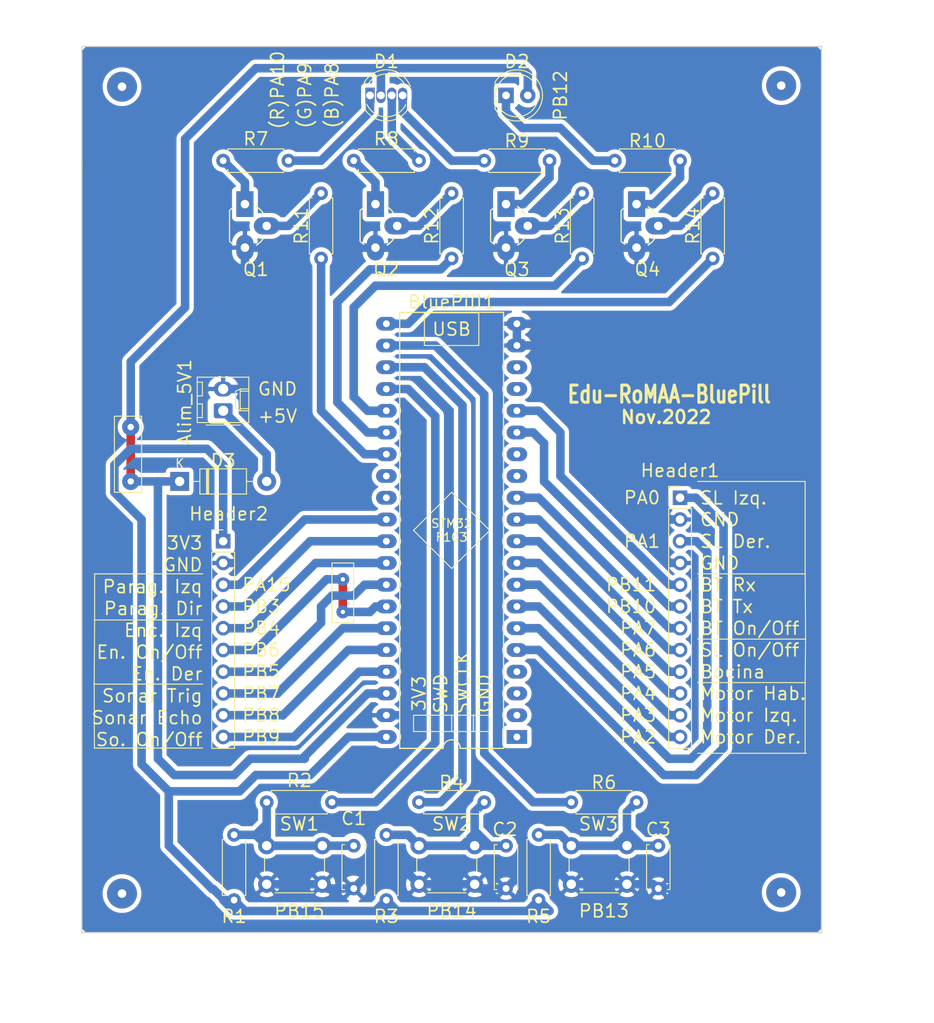
<source format=kicad_pcb>
(kicad_pcb (version 20211014) (generator pcbnew)
  (layers (0 "F.Cu" signal) (31 "B.Cu" signal) (34 "B.Paste" user) (35 "F.Paste" user) (36 "B.SilkS" user "B.Silkscreen") (37 "F.SilkS" user "F.Silkscreen") (38 "B.Mask" user) (39 "F.Mask" user) (44 "Edge.Cuts" user))
  (net 0 "")
  (net 1 "+3.3VA")
  (net 2 "GND")
  (net 3 "Net-(BluePill1-Pad37)")
  (net 4 "Net-(BluePill1-Pad36)")
  (net 5 "Net-(BluePill1-Pad16)")
  (net 6 "Net-(BluePill1-Pad35)")
  (net 7 "Net-(BluePill1-Pad15)")
  (net 8 "Net-(BluePill1-Pad34)")
  (net 9 "Net-(BluePill1-Pad33)")
  (net 10 "Net-(BluePill1-Pad32)")
  (net 11 "Net-(BluePill1-Pad12)")
  (net 12 "Net-(BluePill1-Pad31)")
  (net 13 "Net-(BluePill1-Pad11)")
  (net 14 "Net-(BluePill1-Pad30)")
  (net 15 "Net-(BluePill1-Pad10)")
  (net 16 "Net-(BluePill1-Pad9)")
  (net 17 "Net-(BluePill1-Pad8)")
  (net 18 "Net-(BluePill1-Pad27)")
  (net 19 "Net-(BluePill1-Pad7)")
  (net 20 "Net-(BluePill1-Pad26)")
  (net 21 "Net-(BluePill1-Pad6)")
  (net 22 "Net-(BluePill1-Pad25)")
  (net 23 "Net-(BluePill1-Pad5)")
  (net 24 "Net-(BluePill1-Pad24)")
  (net 25 "Net-(BluePill1-Pad23)")
  (net 26 "Net-(BluePill1-Pad22)")
  (net 27 "Net-(BluePill1-Pad21)")
  (net 28 "Net-(C1-Pad1)")
  (net 29 "Net-(C2-Pad1)")
  (net 30 "Net-(C3-Pad1)")
  (net 31 "5V")
  (net 32 "Net-(Alim_5V1-Pad1)")
  (net 33 "Net-(D1-Pad3)")
  (net 34 "Net-(D1-Pad1)")
  (net 35 "Net-(D2-Pad1)")
  (net 36 "Net-(Q1-Pad1)")
  (net 37 "Net-(Q2-Pad1)")
  (net 38 "Net-(Q3-Pad1)")
  (net 39 "Net-(Q4-Pad1)")
  (net 40 "Net-(Q1-Pad2)")
  (net 41 "Net-(Q2-Pad2)")
  (net 42 "Net-(Q3-Pad2)")
  (net 43 "Net-(Q4-Pad2)")
  (net 44 "Net-(D1-Pad4)")
  (footprint "Capacitor_THT:C_Disc_D5.0mm_W2.5mm_P5.00mm" (layer "F.Cu") (at 87.63 114.3 -90)
    (fp_text reference "C3")
    (fp_text value "100nF")
  )
  (footprint "Resistor_THT:R_Axial_DIN0207_L6.3mm_D2.5mm_P7.62mm_Horizontal" (layer "F.Cu") (at 38.1 113.03 -90)
    (fp_text reference "R1")
    (fp_text value "10k")
  )
  (footprint "Resistor_THT:R_Axial_DIN0207_L6.3mm_D2.5mm_P7.62mm_Horizontal" (layer "F.Cu") (at 49.53 109.22 180)
    (fp_text reference "R2")
    (fp_text value "1k")
  )
  (footprint "Resistor_THT:R_Axial_DIN0207_L6.3mm_D2.5mm_P7.62mm_Horizontal" (layer "F.Cu") (at 55.88 113.03 -90)
    (fp_text reference "R3")
    (fp_text value "10k")
  )
  (footprint "Resistor_THT:R_Axial_DIN0207_L6.3mm_D2.5mm_P7.62mm_Horizontal" (layer "F.Cu") (at 59.69 109.22)
    (fp_text reference "R4")
    (fp_text value "1k")
  )
  (footprint "Resistor_THT:R_Axial_DIN0207_L6.3mm_D2.5mm_P7.62mm_Horizontal" (layer "F.Cu") (at 73.66 113.03 -90)
    (fp_text reference "R5")
    (fp_text value "10k")
  )
  (footprint "Resistor_THT:R_Axial_DIN0207_L6.3mm_D2.5mm_P7.62mm_Horizontal" (layer "F.Cu") (at 77.47 109.22)
    (fp_text reference "R6")
    (fp_text value "1k")
  )
  (footprint "Housings_DIP:DIP-40_W15.24mm_LongPads" (layer "F.Cu") (at 71.12 101.6 180)
    (fp_text reference "BluePill1")
    (fp_text value "Conn_02x20_Counter_Clockwise")
  )
  (footprint "Connector_PinHeader_2.54mm:PinHeader_1x12_P2.54mm_Vertical" (layer "F.Cu") (at 90.17 73.66)
    (fp_text reference "Header1")
    (fp_text value "Conn_01x12")
  )
  (footprint "Button_Switch_THT:SW_PUSH_6mm_H4.3mm" (layer "F.Cu") (at 41.91 114.3)
    (fp_text reference "SW1")
    (fp_text value "SW_Push")
  )
  (footprint "Button_Switch_THT:SW_PUSH_6mm_H4.3mm" (layer "F.Cu") (at 59.69 114.3)
    (fp_text reference "SW2")
    (fp_text value "SW_Push")
  )
  (footprint "Button_Switch_THT:SW_PUSH_6mm_H4.3mm" (layer "F.Cu") (at 77.47 114.3)
    (fp_text reference "SW3")
    (fp_text value "SW_Push")
  )
  (footprint "Connector_PinHeader_2.54mm:PinHeader_1x10_P2.54mm_Vertical" (layer "F.Cu") (at 36.83 78.74)
    (fp_text reference "Header2")
    (fp_text value "Conn_01x10")
  )
  (footprint "LED_THT:LED_D5.0mm-4_RGB" (layer "F.Cu") (at 53.975 26.67)
    (fp_text reference "D1")
    (fp_text value "LED_RGBA")
  )
  (footprint "Resistor_THT:R_Axial_DIN0207_L6.3mm_D2.5mm_P7.62mm_Horizontal" (layer "F.Cu") (at 82.55 34.29)
    (fp_text reference "R10")
    (fp_text value "220")
  )
  (footprint "TO_SOT_Packages_THT:TO-92_Rugged" (layer "F.Cu") (at 85.09 39.37 -90)
    (fp_text reference "Q4")
    (fp_text value "BC548")
  )
  (footprint "Resistor_THT:R_Axial_DIN0207_L6.3mm_D2.5mm_P7.62mm_Horizontal" (layer "F.Cu") (at 67.31 34.29)
    (fp_text reference "R9")
    (fp_text value "220")
  )
  (footprint "Resistor_THT:R_Axial_DIN0207_L6.3mm_D2.5mm_P7.62mm_Horizontal" (layer "F.Cu") (at 78.74 45.72 90)
    (fp_text reference "R13")
    (fp_text value "2k2")
  )
  (footprint "Resistor_THT:R_Axial_DIN0207_L6.3mm_D2.5mm_P7.62mm_Horizontal" (layer "F.Cu") (at 63.5 45.72 90)
    (fp_text reference "R12")
    (fp_text value "2k2")
  )
  (footprint "Resistor_THT:R_Axial_DIN0207_L6.3mm_D2.5mm_P7.62mm_Horizontal" (layer "F.Cu") (at 48.26 45.72 90)
    (fp_text reference "R11")
    (fp_text value "2k2")
  )
  (footprint "Resistor_THT:R_Axial_DIN0207_L6.3mm_D2.5mm_P7.62mm_Horizontal" (layer "F.Cu") (at 44.45 34.29 180)
    (fp_text reference "R7")
    (fp_text value "220")
  )
  (footprint "Resistor_THT:R_Axial_DIN0207_L6.3mm_D2.5mm_P7.62mm_Horizontal" (layer "F.Cu") (at 59.69 34.29 180)
    (fp_text reference "R8")
    (fp_text value "220")
  )
  (footprint "TO_SOT_Packages_THT:TO-92_Rugged" (layer "F.Cu") (at 69.85 39.37 -90)
    (fp_text reference "Q3")
    (fp_text value "BC548")
  )
  (footprint "TO_SOT_Packages_THT:TO-92_Rugged" (layer "F.Cu") (at 54.61 39.37 -90)
    (fp_text reference "Q2")
    (fp_text value "BC548")
  )
  (footprint "TO_SOT_Packages_THT:TO-92_Rugged" (layer "F.Cu") (at 39.37 39.37 -90)
    (fp_text reference "Q1")
    (fp_text value "BC548")
  )
  (footprint "Resistor_THT:R_Axial_DIN0207_L6.3mm_D2.5mm_P7.62mm_Horizontal" (layer "F.Cu") (at 93.98 45.72 90)
    (fp_text reference "R14")
    (fp_text value "2k2")
  )
  (footprint "Diode_THT:D_DO-41_SOD81_P10.16mm_Horizontal" (layer "F.Cu") (at 31.75 71.755)
    (fp_text reference "D3")
    (fp_text value "1N4007")
  )
  (footprint "LED_THT:LED_D5.0mm" (layer "F.Cu") (at 69.85 26.67)
    (fp_text reference "D2")
    (fp_text value "LED Rojo")
  )
  (footprint "Capacitor_THT:C_Disc_D5.0mm_W2.5mm_P5.00mm" (layer "F.Cu") (at 52.07 114.3 -90)
    (fp_text reference "C1")
    (fp_text value "100nF")
  )
  (footprint "Capacitor_THT:C_Disc_D5.0mm_W2.5mm_P5.00mm" (layer "F.Cu") (at 69.85 114.3 -90)
    (fp_text reference "C2")
    (fp_text value "100nF")
  )
  (footprint "Connector_Molex:Molex_KK-254_AE-6410-02A_1x02_P2.54mm_Vertical" (layer "F.Cu") (at 36.83 63.5 90)
    (fp_text reference "Alim_5V1")
    (fp_text value "Conn_01x02")
  )
  (gr_line (start 106.68 20.955) (end 20.32 20.955) (layer "F.SilkS") (width 0.12))
  (gr_line (start 106.68 34.29) (end 106.68 20.955) (layer "F.SilkS") (width 0.12))
  (gr_line (start 20.32 34.29) (end 20.32 20.955) (layer "F.SilkS") (width 0.12))
  (gr_line (start 20.32 124.46) (end 106.68 124.46) (layer "F.SilkS") (width 0.12))
  (gr_line (start 52.07 88.265) (end 49.53 88.265) (layer "F.SilkS") (width 0.12))
  (gr_line (start 24.13 73.025) (end 24.13 64.135) (layer "F.SilkS") (width 0.12))
  (gr_line (start 66.675 52.07) (end 60.325 52.07) (layer "F.SilkS") (width 0.12))
  (gr_line (start 63.5 73.025) (end 67.945 77.47) (layer "F.SilkS") (width 0.12))
  (gr_line (start 59.055 99.06) (end 59.055 100.965) (layer "F.SilkS") (width 0.12))
  (gr_line (start 49.53 81.28) (end 52.07 81.28) (layer "F.SilkS") (width 0.12))
  (gr_line (start 34.444285 95.4278) (end 21.769685 95.4278) (layer "F.SilkS") (width 0.12))
  (gr_line (start 34.444285 87.9348) (end 21.820485 87.9348) (layer "F.SilkS") (width 0.12))
  (gr_line (start 34.444285 102.8954) (end 21.795085 102.8954) (layer "F.SilkS") (width 0.12))
  (gr_line (start 20.32 124.46) (end 20.32 34.29) (layer "F.SilkS") (width 0.12))
  (gr_line (start 21.795085 102.8954) (end 21.769685 95.4278) (layer "F.SilkS") (width 0.12))
  (gr_line (start 21.769685 95.4278) (end 21.820485 87.9348) (layer "F.SilkS") (width 0.12))
  (gr_line (start 21.820485 82.55) (end 34.444285 82.55) (layer "F.SilkS") (width 0.12))
  (gr_line (start 92.2274 71.755) (end 104.775 71.755) (layer "F.SilkS") (width 0.12))
  (gr_line (start 104.775 71.755) (end 104.775 82.55) (layer "F.SilkS") (width 0.12))
  (gr_line (start 104.775 82.55) (end 104.8258 90.17) (layer "F.SilkS") (width 0.12))
  (gr_line (start 104.8258 90.17) (end 104.775 95.25) (layer "F.SilkS") (width 0.12))
  (gr_line (start 49.53 88.265) (end 49.53 81.28) (layer "F.SilkS") (width 0.12))
  (gr_line (start 27.305 64.135) (end 27.305 73.025) (layer "F.SilkS") (width 0.12))
  (gr_line (start 92.2274 90.17) (end 104.8258 90.17) (layer "F.SilkS") (width 0.12))
  (gr_line (start 63.5 99.06) (end 63.5 100.965) (layer "F.SilkS") (width 0.12))
  (gr_line (start 52.07 81.28) (end 52.07 88.265) (layer "F.SilkS") (width 0.12))
  (gr_line (start 106.68 124.46) (end 20.32 124.46) (layer "F.SilkS") (width 0.12))
  (gr_line (start 63.5 81.915) (end 59.055 77.47) (layer "F.SilkS") (width 0.12))
  (gr_line (start 92.2274 82.55) (end 104.775 82.55) (layer "F.SilkS") (width 0.12))
  (gr_line (start 59.055 77.47) (end 63.5 73.025) (layer "F.SilkS") (width 0.12))
  (gr_line (start 66.675 55.88) (end 66.675 52.07) (layer "F.SilkS") (width 0.12))
  (gr_line (start 67.945 100.965) (end 67.945 99.06) (layer "F.SilkS") (width 0.12))
  (gr_line (start 60.325 52.07) (end 60.325 55.88) (layer "F.SilkS") (width 0.12))
  (gr_line (start 60.96 99.06) (end 60.96 100.965) (layer "F.SilkS") (width 0.12))
  (gr_line (start 67.945 99.06) (end 59.055 99.06) (layer "F.SilkS") (width 0.12))
  (gr_line (start 59.055 100.965) (end 67.945 100.965) (layer "F.SilkS") (width 0.12))
  (gr_line (start 60.325 55.88) (end 66.675 55.88) (layer "F.SilkS") (width 0.12))
  (gr_line (start 24.13 64.135) (end 27.305 64.135) (layer "F.SilkS") (width 0.12))
  (gr_line (start 21.820485 87.9348) (end 21.820485 82.55) (layer "F.SilkS") (width 0.12))
  (gr_line (start 66.04 99.06) (end 66.04 100.965) (layer "F.SilkS") (width 0.12))
  (gr_line (start 92.2274 103.505) (end 104.902 103.505) (layer "F.SilkS") (width 0.12))
  (gr_line (start 27.305 73.025) (end 24.13 73.025) (layer "F.SilkS") (width 0.12))
  (gr_line (start 67.945 77.47) (end 63.5 81.915) (layer "F.SilkS") (width 0.12))
  (gr_line (start 92.2274 95.25) (end 104.775 95.25) (layer "F.SilkS") (width 0.12))
  (gr_line (start 104.775 95.25) (end 104.775 103.505) (layer "F.SilkS") (width 0.12))
  (gr_line (start 106.68 34.29) (end 106.68 124.46) (layer "F.SilkS") (width 0.12))
  (gr_line (start 20.311921 34.29069) (end 20.311921 20.95569) (layer "Edge.Cuts") (width 0.12))
  (gr_line (start 106.671921 20.95569) (end 20.311921 20.95569) (layer "Edge.Cuts") (width 0.12))
  (gr_line (start 106.671921 20.95569) (end 106.671921 124.46069) (layer "Edge.Cuts") (width 0.12))
  (gr_line (start 20.311921 124.46069) (end 20.311921 34.29069) (layer "Edge.Cuts") (width 0.12))
  (gr_line (start 20.311921 124.46069) (end 106.671921 124.46069) (layer "Edge.Cuts") (width 0.12))
  (gr_text "Edu-RoMAA-BluePill" (at 88.9 61.595) (layer "F.SilkS") (effects (font (size 2 1.5) (thickness 0.35))))
  (gr_text "Sonar Trig" (at 28.547143 96.802216) (layer "F.SilkS") (effects (font (size 1.5 1.5) (thickness 0.2))))
  (gr_text "En. Der" (at 30.261429 94.234) (layer "F.SilkS") (effects (font (size 1.5 1.5) (thickness 0.2))))
  (gr_text "En. On/Off" (at 28.225714 91.69964) (layer "F.SilkS") (effects (font (size 1.5 1.5) (thickness 0.2))))
  (gr_text "Enc. Izq" (at 29.832857 89.148352) (layer "F.SilkS") (effects (font (size 1.5 1.5) (thickness 0.2))))
  (gr_text "Parag. Dir" (at 28.654286 86.597064) (layer "F.SilkS") (effects (font (size 1.5 1.5) (thickness 0.2))))
  (gr_text "Parag. Izq" (at 28.582857 84.045776) (layer "F.SilkS") (effects (font (size 1.5 1.5) (thickness 0.2))))
  (gr_text "GND" (at 32.118571 81.494488) (layer "F.SilkS") (effects (font (size 1.5 1.5) (thickness 0.2))))
  (gr_text "3V3" (at 32.332857 78.9432) (layer "F.SilkS") (effects (font (size 1.5 1.5) (thickness 0.2))))
  (gr_text "So. On/Off" (at 28.19 101.9048) (layer "F.SilkS") (effects (font (size 1.5 1.5) (thickness 0.2))))
  (gr_text "Sonar Echo" (at 27.94 99.353504) (layer "F.SilkS") (effects (font (size 1.5 1.5) (thickness 0.2))))
  (gr_text "PA0" (at 85.725 73.66) (layer "F.SilkS") (effects (font (size 1.5 1.5) (thickness 0.2))))
  (gr_text "PA6" (at 85.276429 91.44) (layer "F.SilkS") (effects (font (size 1.5 1.5) (thickness 0.2))))
  (gr_text "PB5" (at 41.275 93.98) (layer "F.SilkS") (effects (font (size 1.5 1.5) (thickness 0.2))))
  (gr_text "PA1" (at 85.725 78.74) (layer "F.SilkS") (effects (font (size 1.5 1.5) (thickness 0.2))))
  (gr_text "3V3" (at 59.69 96.52 90) (layer "F.SilkS") (effects (font (size 1.5 1.5) (thickness 0.2))))
  (gr_text "(R)PA10" (at 43.18 26.035 90) (layer "F.SilkS") (effects (font (size 1.5 1.5) (thickness 0.2))))
  (gr_text "Motor Izq." (at 98.1964 99.0623) (layer "F.SilkS") (effects (font (size 1.5 1.5) (thickness 0.2))))
  (gr_text "PB3" (at 41.275 86.36) (layer "F.SilkS") (effects (font (size 1.5 1.5) (thickness 0.2))))
  (gr_text "STM32\nF103" (at 63.5 77.47) (layer "F.SilkS") (effects (font (size 1 1))))
  (gr_text "PB11" (at 84.455 83.82) (layer "F.SilkS") (effects (font (size 1.5 1.5) (thickness 0.2))))
  (gr_text "PB4" (at 41.275 88.9) (layer "F.SilkS") (effects (font (size 1.5 1.5) (thickness 0.2))))
  (gr_text "GND" (at 43.18 60.96) (layer "F.SilkS") (effects (font (size 1.5 1.5) (thickness 0.2))))
  (gr_text "PB9" (at 41.275 101.6) (layer "F.SilkS") (effects (font (size 1.5 1.5) (thickness 0.2))))
  (gr_text "PB7" (at 41.275 96.52) (layer "F.SilkS") (effects (font (size 1.5 1.5) (thickness 0.2))))
  (gr_text "Motor Der." (at 98.410686 101.6) (layer "F.SilkS") (effects (font (size 1.5 1.5) (thickness 0.2))))
  (gr_text "Nov.2022" (at 88.5444 64.2366) (layer "F.SilkS") (effects (font (size 1.5 1.5) (thickness 0.3))))
  (gr_text "+5V" (at 43.18 64.135) (layer "F.SilkS") (effects (font (size 1.5 1.5) (thickness 0.2))))
  (gr_text "GND" (at 94.803543 76.22309) (layer "F.SilkS") (effects (font (size 1.5 1.5) (thickness 0.2))))
  (gr_text "GND" (at 94.803543 81.29847) (layer "F.SilkS") (effects (font (size 1.5 1.5) (thickness 0.2))))
  (gr_text "PA4" (at 85.276429 96.52) (layer "F.SilkS") (effects (font (size 1.5 1.5) (thickness 0.2))))
  (gr_text "BT Rx" (at 95.767829 83.83616) (layer "F.SilkS") (effects (font (size 1.5 1.5) (thickness 0.2))))
  (gr_text "BT On/Off" (at 98.303543 88.91154) (layer "F.SilkS") (effects (font (size 1.5 1.5) (thickness 0.2))))
  (gr_text "PB13" (at 81.28 121.92) (layer "F.SilkS") (effects (font (size 1.5 1.5) (thickness 0.2))))
  (gr_text "SWD" (at 62.23 96.52 90) (layer "F.SilkS") (effects (font (size 1.5 1.5) (thickness 0.2))))
  (gr_text "PA5" (at 85.276429 93.98) (layer "F.SilkS") (effects (font (size 1.5 1.5) (thickness 0.2))))
  (gr_text "Motor Hab." (at 98.6964 96.52461) (layer "F.SilkS") (effects (font (size 1.5 1.5) (thickness 0.2))))
  (gr_text "(G)PA9" (at 46.355 26.67 90) (layer "F.SilkS") (effects (font (size 1.5 1.5) (thickness 0.2))))
  (gr_text "BT Tx" (at 95.589257 86.37385) (layer "F.SilkS") (effects (font (size 1.5 1.5) (thickness 0.2))))
  (gr_text "PA7" (at 85.276429 88.9) (layer "F.SilkS") (effects (font (size 1.5 1.5) (thickness 0.2))))
  (gr_text "PB14" (at 63.5 121.92) (layer "F.SilkS") (effects (font (size 1.5 1.5) (thickness 0.2))))
  (gr_text "USB" (at 63.5 53.975) (layer "F.SilkS") (effects (font (size 1.5 1.5) (thickness 0.2))))
  (gr_text "SL On/Off" (at 98.303543 91.44923) (layer "F.SilkS") (effects (font (size 1.5 1.5) (thickness 0.2))))
  (gr_text "PB6" (at 41.275 91.44) (layer "F.SilkS") (effects (font (size 1.5 1.5) (thickness 0.2))))
  (gr_text "PA2" (at 85.276429 101.6) (layer "F.SilkS") (effects (font (size 1.5 1.5) (thickness 0.2))))
  (gr_text "GND" (at 67.31 96.52 90) (layer "F.SilkS") (effects (font (size 1.5 1.5) (thickness 0.2))))
  (gr_text "SL Izq." (at 96.410686 73.6854) (layer "F.SilkS") (effects (font (size 1.5 1.5) (thickness 0.2))))
  (gr_text "(B)PA8" (at 49.53 26.67 90) (layer "F.SilkS") (effects (font (size 1.5 1.5) (thickness 0.2))))
  (gr_text "PA15" (at 41.882143 83.82) (layer "F.SilkS") (effects (font (size 1.5 1.5) (thickness 0.2))))
  (gr_text "SL Der." (at 96.624972 78.76078) (layer "F.SilkS") (effects (font (size 1.5 1.5) (thickness 0.2))))
  (gr_text "PA3" (at 85.276429 99.06) (layer "F.SilkS") (effects (font (size 1.5 1.5) (thickness 0.2))))
  (gr_text "PB8" (at 41.275 99.06) (layer "F.SilkS") (effects (font (size 1.5 1.5) (thickness 0.2))))
  (gr_text "Bocina" (at 96.303543 93.98692) (layer "F.SilkS") (effects (font (size 1.5 1.5) (thickness 0.2))))
  (gr_text "PB12" (at 76.2 26.67 90) (layer "F.SilkS") (effects (font (size 1.5 1.5) (thickness 0.2))))
  (gr_text "PB15" (at 45.72 121.92) (layer "F.SilkS") (effects (font (size 1.5 1.5) (thickness 0.2))))
  (gr_text "SWCLK" (at 64.77 95.25 90) (layer "F.SilkS") (effects (font (size 1.5 1.5) (thickness 0.2))))
  (gr_text "PB10" (at 84.455 86.36) (layer "F.SilkS") (effects (font (size 1.5 1.5) (thickness 0.2))))
  (via (at 101.981 25.527) (size 3.5) (drill 1) (layers "F.Cu" "B.Cu") (net 0))
  (via (at 25.019 119.888) (size 3.5) (drill 1) (layers "F.Cu" "B.Cu") (net 0))
  (via (at 101.981 119.761) (size 3.5) (drill 1) (layers "F.Cu" "B.Cu") (net 0))
  (via (at 25.019 25.654) (size 3.5) (drill 1) (layers "F.Cu" "B.Cu") (net 0))
  (segment (start 27.305 76.2) (end 27.305 104.775) (width 1) (layer "B.Cu") (net 1))
  (segment (start 35.69863 119.38) (end 35.56 119.38) (width 1) (layer "B.Cu") (net 1))
  (segment (start 36.83 120.65) (end 38.1 120.65) (width 1) (layer "B.Cu") (net 1))
  (segment (start 34.925 67.945) (end 36.83 69.85) (width 1) (layer "B.Cu") (net 1))
  (segment (start 40.64 106.045) (end 46.99 106.045) (width 1) (layer "B.Cu") (net 1))
  (segment (start 36.83 69.85) (end 36.83 78.74) (width 1) (layer "B.Cu") (net 1))
  (segment (start 36.83 120.65) (end 38.1 121.92) (width 1) (layer "B.Cu") (net 1))
  (segment (start 30.48 107.95) (end 38.735 107.95) (width 1) (layer "B.Cu") (net 1))
  (segment (start 38.1 121.92) (end 39.37 121.92) (width 1) (layer "B.Cu") (net 1))
  (segment (start 24.13 69.85) (end 24.13 73.025) (width 1) (layer "B.Cu") (net 1))
  (segment (start 35.56 119.38) (end 30.48 114.3) (width 1) (layer "B.Cu") (net 1))
  (segment (start 46.99 106.045) (end 51.435 101.6) (width 1) (layer "B.Cu") (net 1))
  (segment (start 51.435 101.6) (end 55.88 101.6) (width 1) (layer "B.Cu") (net 1))
  (segment (start 74.93 121.92) (end 73.66 120.65) (width 1) (layer "B.Cu") (net 1))
  (segment (start 38.735 107.95) (end 40.64 106.045) (width 1) (layer "B.Cu") (net 1))
  (segment (start 54.61 121.92) (end 57.15 121.92) (width 1) (layer "B.Cu") (net 1))
  (segment (start 39.37 121.92) (end 54.61 121.92) (width 1) (layer "B.Cu") (net 1))
  (segment (start 24.13 73.025) (end 27.305 76.2) (width 1) (layer "B.Cu") (net 1))
  (segment (start 38.1 120.65) (end 39.37 121.92) (width 1) (layer "B.Cu") (net 1))
  (segment (start 26.035 67.945) (end 24.13 69.85) (width 1) (layer "B.Cu") (net 1))
  (segment (start 26.035 67.945) (end 34.925 67.945) (width 1) (layer "B.Cu") (net 1))
  (segment (start 27.305 104.775) (end 30.48 107.95) (width 1) (layer "B.Cu") (net 1))
  (segment (start 38.1 120.65) (end 36.96863 120.65) (width 1) (layer "B.Cu") (net 1))
  (segment (start 54.61 121.92) (end 55.88 120.65) (width 1) (layer "B.Cu") (net 1))
  (segment (start 72.39 121.92) (end 74.93 121.92) (width 1) (layer "B.Cu") (net 1))
  (segment (start 55.88 120.65) (end 57.15 121.92) (width 1) (layer "B.Cu") (net 1))
  (segment (start 72.39 121.92) (end 73.66 120.65) (width 1) (layer "B.Cu") (net 1))
  (segment (start 30.48 114.3) (end 30.48 107.95) (width 1) (layer "B.Cu") (net 1))
  (segment (start 57.15 121.92) (end 72.39 121.92) (width 1) (layer "B.Cu") (net 1))
  (segment (start 36.96863 120.65) (end 35.69863 119.38) (width 1) (layer "B.Cu") (net 1))
  (segment (start 54.53 116.84) (end 52.07 119.3) (width 1) (layer "B.Cu") (net 2))
  (segment (start 83.97 118.8) (end 77.47 118.8) (width 1) (layer "B.Cu") (net 2))
  (segment (start 64.77 42.545) (end 60.96 42.545) (width 1) (layer "B.Cu") (net 2))
  (segment (start 44.45 65.405) (end 44.45 75.565) (width 1) (layer "B.Cu") (net 2))
  (segment (start 60.96 42.545) (end 59.055 44.45) (width 1) (layer "B.Cu") (net 2))
  (segment (start 90.17 81.28) (end 88.967919 81.28) (width 1) (layer "B.Cu") (net 2))
  (segment (start 93.98 41.91) (end 95.885 41.91) (width 1) (layer "B.Cu") (net 2))
  (segment (start 88.9 76.2) (end 90.17 76.2) (width 1) (layer "B.Cu") (net 2))
  (segment (start 97.155 46.99) (end 90.805 53.34) (width 1) (layer "B.Cu") (net 2))
  (segment (start 77.47 118.8) (end 75.51 116.84) (width 1) (layer "B.Cu") (net 2))
  (segment (start 57.73 116.84) (end 54.53 116.84) (width 1) (layer "B.Cu") (net 2))
  (segment (start 90.17 76.2) (end 88.967919 76.2) (width 1) (layer "B.Cu") (net 2))
  (segment (start 83.185 69.215) (end 75.565 61.595) (width 1) (layer "B.Cu") (net 2))
  (segment (start 87.63 69.215) (end 83.185 69.215) (width 1) (layer "B.Cu") (net 2))
  (segment (start 88.967919 76.2) (end 87.697919 74.93) (width 1) (layer "B.Cu") (net 2))
  (segment (start 87.63 119.3) (end 87.55 119.3) (width 1) (layer "B.Cu") (net 2))
  (segment (start 54.61 44.45) (end 52.61 44.45) (width 1) (layer "B.Cu") (net 2))
  (segment (start 57.785 99.06) (end 58.42 99.06) (width 1) (layer "B.Cu") (net 2))
  (segment (start 66.69 119.3) (end 66.19 118.8) (width 1) (layer "B.Cu") (net 2))
  (segment (start 97.155 43.18) (end 97.155 46.99) (width 1) (layer "B.Cu") (net 2))
  (segment (start 72.31 116.84) (end 69.85 119.3) (width 1) (layer "B.Cu") (net 2))
  (segment (start 74.295 55.88) (end 71.12 55.88) (width 1) (layer "B.Cu") (net 2))
  (segment (start 94.06 119.3) (end 100.33 113.03) (width 1) (layer "B.Cu") (net 2))
  (segment (start 69.85 119.3) (end 66.69 119.3) (width 1) (layer "B.Cu") (net 2))
  (segment (start 87.697919 69.282919) (end 87.63 69.215) (width 1) (layer "B.Cu") (net 2))
  (segment (start 76.835 43.18) (end 75.565 44.45) (width 1) (layer "B.Cu") (net 2))
  (segment (start 36.83 60.96) (end 40.005 60.96) (width 1) (layer "B.Cu") (net 2))
  (segment (start 87.63 77.47) (end 88.9 76.2) (width 1) (layer "B.Cu") (net 2))
  (segment (start 75.565 61.595) (end 75.565 57.15) (width 1) (layer "B.Cu") (net 2))
  (segment (start 75.565 44.45) (end 69.85 44.45) (width 1) (layer "B.Cu") (net 2))
  (segment (start 95.885 41.91) (end 97.155 43.18) (width 1) (layer "B.Cu") (net 2))
  (segment (start 66.675 44.45) (end 64.77 42.545) (width 1) (layer "B.Cu") (net 2))
  (segment (start 100.33 113.03) (end 100.33 75.565) (width 1) (layer "B.Cu") (net 2))
  (segment (start 44.45 75.565) (end 38.735 81.28) (width 1) (layer "B.Cu") (net 2))
  (segment (start 52.61 44.45) (end 51.435 43.275) (width 1) (layer "B.Cu") (net 2))
  (segment (start 85.09 44.45) (end 83.09 44.45) (width 1) (layer "B.Cu") (net 2))
  (segment (start 81.82 43.18) (end 76.835 43.18) (width 1) (layer "B.Cu") (net 2))
  (segment (start 45.815 43.275) (end 44.64 44.45) (width 1) (layer "B.Cu") (net 2))
  (segment (start 90.805 53.34) (end 71.12 53.34) (width 1) (layer "B.Cu") (net 2))
  (segment (start 71.12 53.34) (end 71.12 55.88) (width 1) (layer "B.Cu") (net 2))
  (segment (start 52.07 119.3) (end 48.91 119.3) (width 1) (layer "B.Cu") (net 2))
  (segment (start 91.44 44.45) (end 93.98 41.91) (width 1) (layer "B.Cu") (net 2))
  (segment (start 87.63 119.3) (end 94.06 119.3) (width 1) (layer "B.Cu") (net 2))
  (segment (start 59.69 118.8) (end 57.73 116.84) (width 1) (layer "B.Cu") (net 2))
  (segment (start 87.05 118.8) (end 85.384213 118.8) (width 1) (layer "B.Cu") (net 2))
  (segment (start 59.055 44.45) (end 54.61 44.45) (width 1) (layer "B.Cu") (net 2))
  (segment (start 87.697919 74.93) (end 87.697919 69.282919) (width 1) (layer "B.Cu") (net 2))
  (segment (start 51.435 43.275) (end 45.815 43.275) (width 1) (layer "B.Cu") (net 2))
  (segment (start 48.91 119.3) (end 48.41 118.8) (width 1) (layer "B.Cu") (net 2))
  (segment (start 100.33 75.565) (end 93.98 69.215) (width 1) (layer "B.Cu") (net 2))
  (segment (start 66.19 118.8) (end 59.69 118.8) (width 1) (layer "B.Cu") (net 2))
  (segment (start 39.37 60.325) (end 40.005 60.96) (width 1) (layer "B.Cu") (net 2))
  (segment (start 38.735 81.28) (end 36.83 81.28) (width 1) (layer "B.Cu") (net 2))
  (segment (start 39.37 44.45) (end 39.37 60.325) (width 1) (layer "B.Cu") (net 2))
  (segment (start 87.63 79.942081) (end 87.63 77.47) (width 1) (layer "B.Cu") (net 2))
  (segment (start 40.005 60.96) (end 44.45 65.405) (width 1) (layer "B.Cu") (net 2))
  (segment (start 44.64 44.45) (end 39.37 44.45) (width 1) (layer "B.Cu") (net 2))
  (segment (start 48.41 118.8) (end 41.91 118.8) (width 1) (layer "B.Cu") (net 2))
  (segment (start 87.55 119.3) (end 87.05 118.8) (width 1) (layer "B.Cu") (net 2))
  (segment (start 75.51 116.84) (end 72.31 116.84) (width 1) (layer "B.Cu") (net 2))
  (segment (start 85.09 44.45) (end 91.44 44.45) (width 1) (layer "B.Cu") (net 2))
  (segment (start 88.967919 81.28) (end 87.63 79.942081) (width 1) (layer "B.Cu") (net 2))
  (segment (start 83.09 44.45) (end 81.82 43.18) (width 1) (layer "B.Cu") (net 2))
  (segment (start 69.85 44.45) (end 66.675 44.45) (width 1) (layer "B.Cu") (net 2))
  (segment (start 55.88 99.06) (end 57.785 99.06) (width 1) (layer "B.Cu") (net 2))
  (segment (start 75.565 57.15) (end 74.295 55.88) (width 1) (layer "B.Cu") (net 2))
  (segment (start 85.384213 118.8) (end 83.97 118.8) (width 1) (layer "B.Cu") (net 2))
  (segment (start 93.98 69.215) (end 87.63 69.215) (width 1) (layer "B.Cu") (net 2))
  (segment (start 45.065 101.62) (end 52.705 93.98) (width 1) (layer "B.Cu") (net 3))
  (segment (start 45.045 101.6) (end 36.83 101.6) (width 1) (layer "B.Cu") (net 3))
  (segment (start 52.705 93.98) (end 55.88 93.98) (width 1) (layer "B.Cu") (net 3))
  (segment (start 45.065 101.62) (end 45.045 101.6) (width 1) (layer "B.Cu") (net 3))
  (segment (start 43.795 99.08) (end 51.435 91.44) (width 1) (layer "B.Cu") (net 4))
  (segment (start 51.435 91.44) (end 55.88 91.44) (width 1) (layer "B.Cu") (net 4))
  (segment (start 43.795 99.08) (end 43.775 99.06) (width 1) (layer "B.Cu") (net 4))
  (segment (start 43.775 99.06) (end 36.83 99.06) (width 1) (layer "B.Cu") (net 4))
  (segment (start 88.9 83.82) (end 90.17 83.82) (width 1) (layer "B.Cu") (net 5))
  (segment (start 76.2 66.04) (end 76.2 71.12) (width 1) (layer "B.Cu") (net 5))
  (segment (start 76.2 71.12) (end 88.9 83.82) (width 1) (layer "B.Cu") (net 5))
  (segment (start 73.66 63.5) (end 76.2 66.04) (width 1) (layer "B.Cu") (net 5))
  (segment (start 71.12 63.5) (end 73.66 63.5) (width 1) (layer "B.Cu") (net 5))
  (segment (start 43.14 96.52) (end 36.83 96.52) (width 1) (layer "B.Cu") (net 6))
  (segment (start 43.16 96.54) (end 50.8 88.9) (width 1) (layer "B.Cu") (net 6))
  (segment (start 43.16 96.54) (end 43.14 96.52) (width 1) (layer "B.Cu") (net 6))
  (segment (start 50.8 88.9) (end 55.88 88.9) (width 1) (layer "B.Cu") (net 6))
  (segment (start 88.9 86.36) (end 90.17 86.36) (width 1) (layer "B.Cu") (net 7))
  (segment (start 74.295 67.31) (end 74.295 71.755) (width 1) (layer "B.Cu") (net 7))
  (segment (start 71.12 66.04) (end 73.025 66.04) (width 1) (layer "B.Cu") (net 7))
  (segment (start 74.295 71.755) (end 88.9 86.36) (width 1) (layer "B.Cu") (net 7))
  (segment (start 73.025 66.04) (end 74.295 67.31) (width 1) (layer "B.Cu") (net 7))
  (segment (start 50.8 83.185) (end 50.8 86.995) (width 1) (layer "F.Cu") (net 8))
  (via (at 50.8 83.185) (size 1.5) (drill 0.5) (layers "F.Cu" "B.Cu") (net 8))
  (via (at 50.8 86.995) (size 1.5) (drill 0.5) (layers "F.Cu" "B.Cu") (net 8))
  (segment (start 53.975 86.995) (end 50.8 86.995) (width 1) (layer "B.Cu") (net 8))
  (segment (start 40.64 91.44) (end 36.83 91.44) (width 1) (layer "B.Cu") (net 8))
  (segment (start 55.88 86.36) (end 54.61 86.36) (width 1) (layer "B.Cu") (net 8))
  (segment (start 50.8 83.185) (end 48.895 83.185) (width 1) (layer "B.Cu") (net 8))
  (segment (start 48.895 83.185) (end 40.64 91.44) (width 1) (layer "B.Cu") (net 8))
  (segment (start 54.61 86.36) (end 53.975 86.995) (width 1) (layer "B.Cu") (net 8))
  (segment (start 48.26 88.265) (end 42.545 93.98) (width 1) (layer "B.Cu") (net 9))
  (segment (start 53.34 83.82) (end 52.07 85.09) (width 1) (layer "B.Cu") (net 9))
  (segment (start 55.88 83.82) (end 53.34 83.82) (width 1) (layer "B.Cu") (net 9))
  (segment (start 52.07 85.09) (end 49.53 85.09) (width 1) (layer "B.Cu") (net 9))
  (segment (start 48.26 86.36) (end 48.26 88.265) (width 1) (layer "B.Cu") (net 9))
  (segment (start 42.545 93.98) (end 36.83 93.98) (width 1) (layer "B.Cu") (net 9))
  (segment (start 49.53 85.09) (end 48.26 86.36) (width 1) (layer "B.Cu") (net 9))
  (segment (start 55.88 81.28) (end 47.625 81.28) (width 1) (layer "B.Cu") (net 10))
  (segment (start 47.625 81.28) (end 40.005 88.9) (width 1) (layer "B.Cu") (net 10))
  (segment (start 40.005 88.9) (end 36.83 88.9) (width 1) (layer "B.Cu") (net 10))
  (segment (start 73.66 73.66) (end 88.9 88.9) (width 1) (layer "B.Cu") (net 11))
  (segment (start 71.12 73.66) (end 73.66 73.66) (width 1) (layer "B.Cu") (net 11))
  (segment (start 88.9 88.9) (end 90.17 88.9) (width 1) (layer "B.Cu") (net 11))
  (segment (start 46.99 78.74) (end 55.88 78.74) (width 1) (layer "B.Cu") (net 12))
  (segment (start 39.37 86.36) (end 36.83 86.36) (width 1) (layer "B.Cu") (net 12))
  (segment (start 46.99 78.74) (end 39.37 86.36) (width 1) (layer "B.Cu") (net 12))
  (segment (start 71.12 76.2) (end 73.66 76.2) (width 1) (layer "B.Cu") (net 13))
  (segment (start 73.66 76.2) (end 88.9 91.44) (width 1) (layer "B.Cu") (net 13))
  (segment (start 88.9 91.44) (end 90.17 91.44) (width 1) (layer "B.Cu") (net 13))
  (segment (start 46.355 76.2) (end 55.88 76.2) (width 1) (layer "B.Cu") (net 14))
  (segment (start 38.735 83.82) (end 36.83 83.82) (width 1) (layer "B.Cu") (net 14))
  (segment (start 46.355 76.2) (end 38.735 83.82) (width 1) (layer "B.Cu") (net 14))
  (segment (start 71.12 78.74) (end 73.66 78.74) (width 1) (layer "B.Cu") (net 15))
  (segment (start 88.9 93.98) (end 90.17 93.98) (width 1) (layer "B.Cu") (net 15))
  (segment (start 73.66 78.74) (end 88.9 93.98) (width 1) (layer "B.Cu") (net 15))
  (segment (start 88.9 96.52) (end 90.17 96.52) (width 1) (layer "B.Cu") (net 16))
  (segment (start 73.66 81.28) (end 88.9 96.52) (width 1) (layer "B.Cu") (net 16))
  (segment (start 71.12 81.28) (end 73.66 81.28) (width 1) (layer "B.Cu") (net 16))
  (segment (start 88.9 99.06) (end 90.17 99.06) (width 1) (layer "B.Cu") (net 17))
  (segment (start 73.66 83.82) (end 88.9 99.06) (width 1) (layer "B.Cu") (net 17))
  (segment (start 71.12 83.82) (end 73.66 83.82) (width 1) (layer "B.Cu") (net 17))
  (segment (start 53.34 68.58) (end 55.88 68.58) (width 1) (layer "B.Cu") (net 18))
  (segment (start 48.26 63.5) (end 53.34 68.58) (width 1) (layer "B.Cu") (net 18))
  (segment (start 48.26 45.72) (end 48.26 63.5) (width 1) (layer "B.Cu") (net 18))
  (segment (start 88.9 101.6) (end 90.17 101.6) (width 1) (layer "B.Cu") (net 19))
  (segment (start 73.66 86.36) (end 88.9 101.6) (width 1) (layer "B.Cu") (net 19))
  (segment (start 71.12 86.36) (end 73.66 86.36) (width 1) (layer "B.Cu") (net 19))
  (segment (start 53.68 66.04) (end 55.88 66.04) (width 1) (layer "B.Cu") (net 20))
  (segment (start 62.23 46.99) (end 53.975 46.99) (width 1) (layer "B.Cu") (net 20))
  (segment (start 53.975 46.99) (end 50.165 50.8) (width 1) (layer "B.Cu") (net 20))
  (segment (start 50.165 50.8) (end 50.165 62.525) (width 1) (layer "B.Cu") (net 20))
  (segment (start 63.5 45.72) (end 62.23 46.99) (width 1) (layer "B.Cu") (net 20))
  (segment (start 50.165 62.525) (end 53.68 66.04) (width 1) (layer "B.Cu") (net 20))
  (segment (start 88.9 104.14) (end 91.44 104.14) (width 1) (layer "B.Cu") (net 21))
  (segment (start 93.345 102.235) (end 93.345 80.01) (width 1) (layer "B.Cu") (net 21))
  (segment (start 71.12 88.9) (end 73.66 88.9) (width 1) (layer "B.Cu") (net 21))
  (segment (start 92.075 78.74) (end 90.17 78.74) (width 1) (layer "B.Cu") (net 21))
  (segment (start 73.66 88.9) (end 88.9 104.14) (width 1) (layer "B.Cu") (net 21))
  (segment (start 91.44 104.14) (end 93.345 102.235) (width 1) (layer "B.Cu") (net 21))
  (segment (start 93.345 80.01) (end 92.075 78.74) (width 1) (layer "B.Cu") (net 21))
  (segment (start 52.07 61.89) (end 53.68 63.5) (width 1) (layer "B.Cu") (net 22))
  (segment (start 53.68 63.5) (end 55.88 63.5) (width 1) (layer "B.Cu") (net 22))
  (segment (start 52.07 51.435) (end 52.07 61.89) (width 1) (layer "B.Cu") (net 22))
  (segment (start 75.565 48.895) (end 54.61 48.895) (width 1) (layer "B.Cu") (net 22))
  (segment (start 54.61 48.895) (end 52.07 51.435) (width 1) (layer "B.Cu") (net 22))
  (segment (start 78.74 45.72) (end 75.565 48.895) (width 1) (layer "B.Cu") (net 22))
  (segment (start 88.265 106.045) (end 73.66 91.44) (width 1) (layer "B.Cu") (net 23))
  (segment (start 92.02 73.66) (end 95.25 76.89) (width 1) (layer "B.Cu") (net 23))
  (segment (start 92.075 106.045) (end 88.265 106.045) (width 1) (layer "B.Cu") (net 23))
  (segment (start 73.66 91.44) (end 71.12 91.44) (width 1) (layer "B.Cu") (net 23))
  (segment (start 95.25 102.87) (end 92.075 106.045) (width 1) (layer "B.Cu") (net 23))
  (segment (start 95.25 76.89) (end 95.25 102.87) (width 1) (layer "B.Cu") (net 23))
  (segment (start 90.17 73.66) (end 92.02 73.66) (width 1) (layer "B.Cu") (net 23))
  (segment (start 61.595 102.235) (end 61.595 64.135) (width 1) (layer "B.Cu") (net 24))
  (segment (start 61.595 64.135) (end 58.42 60.96) (width 1) (layer "B.Cu") (net 24))
  (segment (start 54.61 109.22) (end 61.595 102.235) (width 1) (layer "B.Cu") (net 24))
  (segment (start 58.42 60.96) (end 55.88 60.96) (width 1) (layer "B.Cu") (net 24))
  (segment (start 49.53 109.22) (end 54.61 109.22) (width 1) (layer "B.Cu") (net 24))
  (segment (start 60.325 58.42) (end 55.88 58.42) (width 1) (layer "B.Cu") (net 25))
  (segment (start 64.77 106.68) (end 64.77 62.865) (width 1) (layer "B.Cu") (net 25))
  (segment (start 64.77 62.865) (end 60.325 58.42) (width 1) (layer "B.Cu") (net 25))
  (segment (start 59.69 109.22) (end 62.23 109.22) (width 1) (layer "B.Cu") (net 25))
  (segment (start 62.23 109.22) (end 64.77 106.68) (width 1) (layer "B.Cu") (net 25))
  (segment (start 77.47 109.22) (end 73.025 109.22) (width 1) (layer "B.Cu") (net 26))
  (segment (start 67.31 103.505) (end 67.31 61.595) (width 1) (layer "B.Cu") (net 26))
  (segment (start 73.025 109.22) (end 67.31 103.505) (width 1) (layer "B.Cu") (net 26))
  (segment (start 67.31 61.595) (end 61.595 55.88) (width 1) (layer "B.Cu") (net 26))
  (segment (start 61.595 55.88) (end 55.88 55.88) (width 1) (layer "B.Cu") (net 26))
  (segment (start 88.9 50.8) (end 60.96 50.8) (width 1) (layer "B.Cu") (net 27))
  (segment (start 93.98 45.72) (end 88.9 50.8) (width 1) (layer "B.Cu") (net 27))
  (segment (start 60.96 50.8) (end 58.42 53.34) (width 1) (layer "B.Cu") (net 27))
  (segment (start 58.42 53.34) (end 55.88 53.34) (width 1) (layer "B.Cu") (net 27))
  (segment (start 38.1 113.03) (end 40.64 113.03) (width 1) (layer "B.Cu") (net 28))
  (segment (start 41.91 111.76) (end 41.91 109.22) (width 1) (layer "B.Cu") (net 28))
  (segment (start 41.91 114.3) (end 48.41 114.3) (width 1) (layer "B.Cu") (net 28))
  (segment (start 40.64 113.03) (end 41.91 114.3) (width 1) (layer "B.Cu") (net 28))
  (segment (start 52.07 114.3) (end 48.41 114.3) (width 1) (layer "B.Cu") (net 28))
  (segment (start 41.91 111.76) (end 41.91 114.3) (width 1) (layer "B.Cu") (net 28))
  (segment (start 40.64 113.03) (end 41.91 111.76) (width 1) (layer "B.Cu") (net 28))
  (segment (start 59.69 114.3) (end 64.77 114.3) (width 1) (layer "B.Cu") (net 29))
  (segment (start 66.19 112.88) (end 64.77 114.3) (width 1) (layer "B.Cu") (net 29))
  (segment (start 66.19 112.88) (end 66.525 112.88) (width 1) (layer "B.Cu") (net 29))
  (segment (start 66.19 110.34) (end 67.31 109.22) (width 1) (layer "B.Cu") (net 29))
  (segment (start 58.42 113.03) (end 59.69 114.3) (width 1) (layer "B.Cu") (net 29))
  (segment (start 67.945 114.3) (end 69.85 114.3) (width 1) (layer "B.Cu") (net 29))
  (segment (start 66.19 114.3) (end 67.945 114.3) (width 1) (layer "B.Cu") (net 29))
  (segment (start 66.19 112.88) (end 66.19 110.34) (width 1) (layer "B.Cu") (net 29))
  (segment (start 64.77 114.3) (end 66.19 114.3) (width 1) (layer "B.Cu") (net 29))
  (segment (start 66.525 112.88) (end 67.945 114.3) (width 1) (layer "B.Cu") (net 29))
  (segment (start 55.88 113.03) (end 58.42 113.03) (width 1) (layer "B.Cu") (net 29))
  (segment (start 66.19 114.3) (end 66.19 112.88) (width 1) (layer "B.Cu") (net 29))
  (segment (start 73.66 113.03) (end 76.2 113.03) (width 1) (layer "B.Cu") (net 30))
  (segment (start 76.2 113.03) (end 77.47 114.3) (width 1) (layer "B.Cu") (net 30))
  (segment (start 83.97 114.3) (end 85.725 114.3) (width 1) (layer "B.Cu") (net 30))
  (segment (start 82.55 114.3) (end 83.97 114.3) (width 1) (layer "B.Cu") (net 30))
  (segment (start 83.97 112.88) (end 84.305 112.88) (width 1) (layer "B.Cu") (net 30))
  (segment (start 83.97 114.3) (end 83.97 112.88) (width 1) (layer "B.Cu") (net 30))
  (segment (start 84.305 112.88) (end 85.725 114.3) (width 1) (layer "B.Cu") (net 30))
  (segment (start 83.97 112.88) (end 83.97 110.34) (width 1) (layer "B.Cu") (net 30))
  (segment (start 77.47 114.3) (end 82.55 114.3) (width 1) (layer "B.Cu") (net 30))
  (segment (start 85.725 114.3) (end 87.63 114.3) (width 1) (layer "B.Cu") (net 30))
  (segment (start 83.97 110.34) (end 85.09 109.22) (width 1) (layer "B.Cu") (net 30))
  (segment (start 83.97 112.88) (end 82.55 114.3) (width 1) (layer "B.Cu") (net 30))
  (segment (start 26.035 71.755) (end 26.035 65.405) (width 1) (layer "F.Cu") (net 31))
  (via (at 26.035 71.755) (size 2) (drill 0.75) (layers "F.Cu" "B.Cu") (net 31))
  (via (at 26.035 65.405) (size 2) (drill 0.75) (layers "F.Cu" "B.Cu") (net 31))
  (segment (start 29.21 71.755) (end 29.21 104.14) (width 1) (layer "B.Cu") (net 31))
  (segment (start 31.115 106.045) (end 38.1 106.045) (width 1) (layer "B.Cu") (net 31))
  (segment (start 55.88 23.495) (end 57.15 23.495) (width 1) (layer "B.Cu") (net 31))
  (segment (start 40.005 104.14) (end 46.355 104.14) (width 1) (layer "B.Cu") (net 31))
  (segment (start 29.21 104.14) (end 31.115 106.045) (width 1) (layer "B.Cu") (net 31))
  (segment (start 55.245 24.13) (end 55.245 26.67) (width 1) (layer "B.Cu") (net 31))
  (segment (start 38.1 106.045) (end 40.005 104.14) (width 1) (layer "B.Cu") (net 31))
  (segment (start 55.245 23.495) (end 55.88 23.495) (width 1) (layer "B.Cu") (net 31))
  (segment (start 26.035 57.785) (end 32.385 51.435) (width 1) (layer "B.Cu") (net 31))
  (segment (start 54.61 23.495) (end 55.245 24.13) (width 1) (layer "B.Cu") (net 31))
  (segment (start 55.245 24.13) (end 55.88 23.495) (width 1) (layer "B.Cu") (net 31))
  (segment (start 72.39 26.67) (end 72.39 24.13) (width 1) (layer "B.Cu") (net 31))
  (segment (start 54.61 23.495) (end 55.245 23.495) (width 1) (layer "B.Cu") (net 31))
  (segment (start 55.245 23.495) (end 55.245 24.13) (width 1) (layer "B.Cu") (net 31))
  (segment (start 46.355 104.14) (end 46.355 103.845) (width 1) (layer "B.Cu") (net 31))
  (segment (start 57.15 23.495) (end 59.055 23.495) (width 1) (layer "B.Cu") (net 31))
  (segment (start 26.035 65.405) (end 26.035 57.785) (width 1) (layer "B.Cu") (net 31))
  (segment (start 32.385 51.435) (end 32.385 31.75) (width 1) (layer "B.Cu") (net 31))
  (segment (start 72.39 24.13) (end 71.755 23.495) (width 1) (layer "B.Cu") (net 31))
  (segment (start 32.385 31.75) (end 40.64 23.495) (width 1) (layer "B.Cu") (net 31))
  (segment (start 29.21 71.755) (end 31.75 71.755) (width 1) (layer "B.Cu") (net 31))
  (segment (start 29.21 71.755) (end 26.035 71.755) (width 1) (layer "B.Cu") (net 31))
  (segment (start 40.64 23.495) (end 54.61 23.495) (width 1) (layer "B.Cu") (net 31))
  (segment (start 53.68 96.52) (end 55.88 96.52) (width 1) (layer "B.Cu") (net 31))
  (segment (start 71.755 23.495) (end 59.055 23.495) (width 1) (layer "B.Cu") (net 31))
  (segment (start 46.355 103.845) (end 53.68 96.52) (width 1) (layer "B.Cu") (net 31))
  (segment (start 41.91 68.58) (end 36.83 63.5) (width 1) (layer "B.Cu") (net 32))
  (segment (start 41.91 71.755) (end 41.91 68.58) (width 1) (layer "B.Cu") (net 32))
  (segment (start 56.515 31.115) (end 56.515 26.67) (width 1) (layer "B.Cu") (net 33))
  (segment (start 59.69 34.29) (end 56.515 31.115) (width 1) (layer "B.Cu") (net 33))
  (segment (start 48.26 34.29) (end 53.975 28.575) (width 1) (layer "B.Cu") (net 34))
  (segment (start 44.45 34.29) (end 48.26 34.29) (width 1) (layer "B.Cu") (net 34))
  (segment (start 53.975 28.575) (end 53.975 26.67) (width 1) (layer "B.Cu") (net 34))
  (segment (start 71.755 30.48) (end 69.85 28.575) (width 1) (layer "B.Cu") (net 35))
  (segment (start 69.85 28.575) (end 69.85 26.67) (width 1) (layer "B.Cu") (net 35))
  (segment (start 76.2 30.48) (end 71.755 30.48) (width 1) (layer "B.Cu") (net 35))
  (segment (start 80.01 34.29) (end 76.2 30.48) (width 1) (layer "B.Cu") (net 35))
  (segment (start 82.55 34.29) (end 80.01 34.29) (width 1) (layer "B.Cu") (net 35))
  (segment (start 39.37 36.83) (end 36.83 34.29) (width 1) (layer "B.Cu") (net 36))
  (segment (start 39.37 39.37) (end 39.37 36.83) (width 1) (layer "B.Cu") (net 36))
  (segment (start 54.61 36.83) (end 52.07 34.29) (width 1) (layer "B.Cu") (net 37))
  (segment (start 54.61 39.37) (end 54.61 36.83) (width 1) (layer "B.Cu") (net 37))
  (segment (start 71.85 39.37) (end 74.93 36.29) (width 1) (layer "B.Cu") (net 38))
  (segment (start 69.85 39.37) (end 71.85 39.37) (width 1) (layer "B.Cu") (net 38))
  (segment (start 74.93 36.29) (end 74.93 34.29) (width 1) (layer "B.Cu") (net 38))
  (segment (start 90.17 36.29) (end 90.17 34.29) (width 1) (layer "B.Cu") (net 39))
  (segment (start 85.09 39.37) (end 87.09 39.37) (width 1) (layer "B.Cu") (net 39))
  (segment (start 87.09 39.37) (end 90.17 36.29) (width 1) (layer "B.Cu") (net 39))
  (segment (start 44.45 41.91) (end 48.26 38.1) (width 1) (layer "B.Cu") (net 40))
  (segment (start 41.91 41.91) (end 44.45 41.91) (width 1) (layer "B.Cu") (net 40))
  (segment (start 57.15 41.91) (end 59.69 41.91) (width 1) (layer "B.Cu") (net 41))
  (segment (start 59.69 41.91) (end 63.5 38.1) (width 1) (layer "B.Cu") (net 41))
  (segment (start 74.93 41.91) (end 78.74 38.1) (width 1) (layer "B.Cu") (net 42))
  (segment (start 72.39 41.91) (end 74.93 41.91) (width 1) (layer "B.Cu") (net 42))
  (segment (start 87.63 41.91) (end 90.17 41.91) (width 1) (layer "B.Cu") (net 43))
  (segment (start 90.17 41.91) (end 93.98 38.1) (width 1) (layer "B.Cu") (net 43))
  (segment (start 57.785 28.57) (end 63.505 34.29) (width 1) (layer "B.Cu") (net 44))
  (segment (start 57.785 26.67) (end 57.785 28.57) (width 1) (layer "B.Cu") (net 44))
  (segment (start 63.505 34.29) (end 66.17863 34.29) (width 1) (layer "B.Cu") (net 44))
  (segment (start 66.17863 34.29) (end 67.31 34.29) (width 1) (layer "B.Cu") (net 44))
  (zone (net 2) (net_name "GND") (layer "B.Cu") (connect_pads (clearance 0.508)) (min_thickness 0.254) (fill yes (thermal_gap 0.508) (thermal_bridge_width 0.508) (smoothing chamfer) (radius 0.5))
    (polygon (pts (xy 106.68 124.46) (xy 20.32 124.46) (xy 20.32 20.955) (xy 106.68 20.955)))
  )
)
</source>
